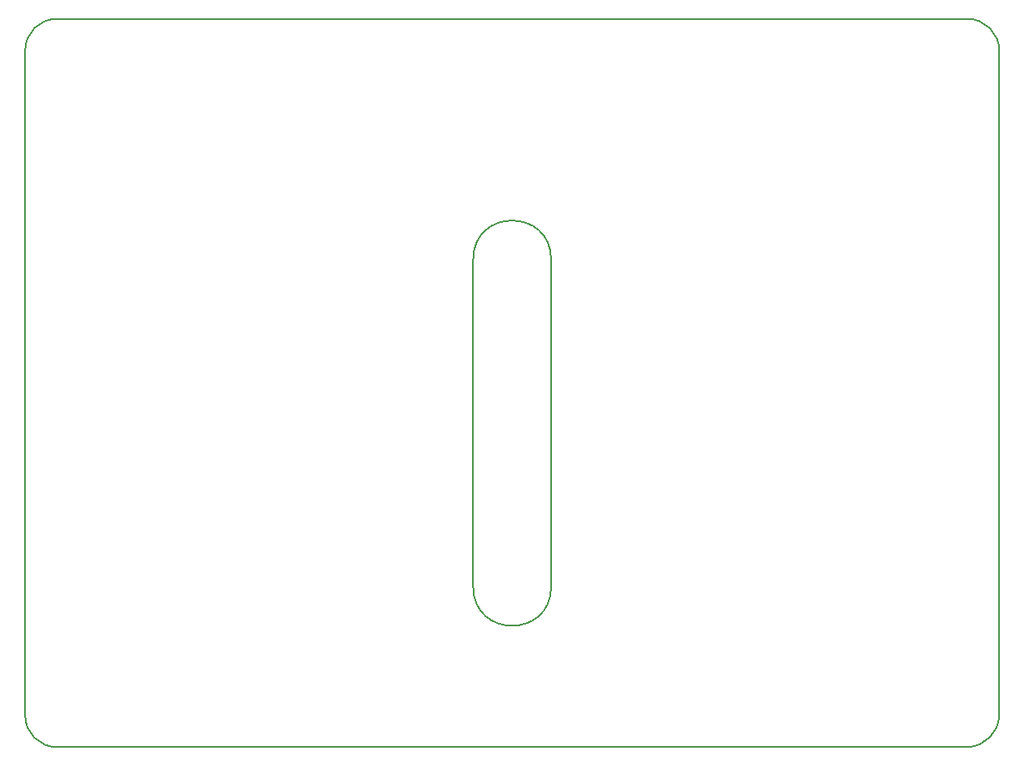
<source format=gko>
G04 DipTrace 2.4.0.2*
%INBoardOutline.gbr*%
%MOIN*%
%ADD11C,0.006*%
%FSLAX44Y44*%
G04*
G70*
G90*
G75*
G01*
%LNBoardOutline*%
%LPD*%
X3941Y31840D2*
D11*
G02X5221Y33120I1259J21D01*
G01*
X41661D1*
G02X42941Y31840I21J-1259D01*
G01*
Y5240D1*
G02X41641Y3940I-1297J-3D01*
G01*
X5221D1*
G02X3941Y5240I-16J1264D01*
G01*
Y31840D1*
X21881Y23480D2*
Y10360D1*
X25001Y23500D2*
Y10360D1*
X21881D2*
G03X25001Y10360I1560J0D01*
G01*
X21881Y23480D2*
G02X25001Y23480I1560J0D01*
G01*
M02*

</source>
